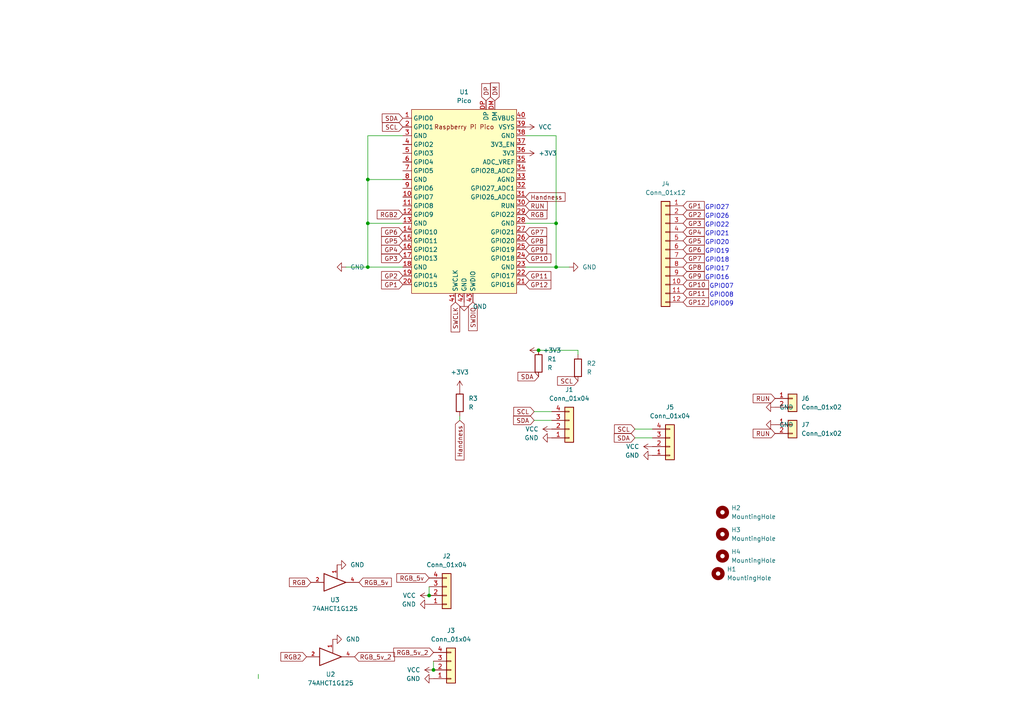
<source format=kicad_sch>
(kicad_sch (version 20211123) (generator eeschema)
  (paper "A4")
  (lib_symbols
    (symbol "74xGxx:74AHCT1G126" (pin_names (offset 1.016))
      (property "Reference" "U" (at -2.54 3.81 0))
      (property "Value" "74AHCT1G126" (at 0 -3.81 0))
      (symbol "74AHCT1G126_0_1"
        (polyline (pts (xy -3.81 2.54) (xy -3.81 -2.54) (xy 2.54 0) (xy -3.81 2.54)) (stroke (width 0.254)))
      )
      (symbol "74AHCT1G126_1_1"
        (pin input line (at 0 5.08 270) (length 3.937) (name "~") (number "1"))
        (pin input line (at -7.62 0 0) (length 3.81) (name "~") (number "2"))
        (pin power_in line (at 1.27 -1.27 270) (length 0) hide (name "GND") (number "3"))
        (pin tri_state line (at 6.35 0 180) (length 3.81) (name "~") (number "4"))
        (pin power_in line (at 1.27 1.27 90) (length 0) hide (name "VCC") (number "5"))
      )
    )
    (symbol "Connector_Generic:Conn_01x02" (pin_names (offset 1.016) hide)
      (property "Reference" "J" (at 0 2.54 0))
      (property "Value" "Conn_01x02" (at 0 -5.08 0))
      (symbol "Conn_01x02_1_1"
        (rectangle (start -1.27 -2.413) (end 0 -2.667) (stroke (width 0.1524)))
        (rectangle (start -1.27 0.127) (end 0 -0.127) (stroke (width 0.1524)))
        (rectangle (start -1.27 1.27) (end 1.27 -3.81) (stroke (width 0.254)) (fill (type background)))
        (pin passive line (at -5.08 0 0) (length 3.81) (name "Pin_1") (number "1"))
        (pin passive line (at -5.08 -2.54 0) (length 3.81) (name "Pin_2") (number "2"))
      )
    )
    (symbol "Connector_Generic:Conn_01x04" (pin_names (offset 1.016) hide)
      (property "Reference" "J" (at 0 5.08 0))
      (property "Value" "Conn_01x04" (at 0 -7.62 0))
      (symbol "Conn_01x04_1_1"
        (rectangle (start -1.27 -4.953) (end 0 -5.207) (stroke (width 0.1524)))
        (rectangle (start -1.27 -2.413) (end 0 -2.667) (stroke (width 0.1524)))
        (rectangle (start -1.27 0.127) (end 0 -0.127) (stroke (width 0.1524)))
        (rectangle (start -1.27 2.667) (end 0 2.413) (stroke (width 0.1524)))
        (rectangle (start -1.27 3.81) (end 1.27 -6.35) (stroke (width 0.254)) (fill (type background)))
        (pin passive line (at -5.08 2.54 0) (length 3.81) (name "Pin_1") (number "1"))
        (pin passive line (at -5.08 0 0) (length 3.81) (name "Pin_2") (number "2"))
        (pin passive line (at -5.08 -2.54 0) (length 3.81) (name "Pin_3") (number "3"))
        (pin passive line (at -5.08 -5.08 0) (length 3.81) (name "Pin_4") (number "4"))
      )
    )
    (symbol "Connector_Generic:Conn_01x12" (pin_names (offset 1.016) hide)
      (property "Reference" "J" (at 0 15.24 0))
      (property "Value" "Conn_01x12" (at 0 -17.78 0))
      (symbol "Conn_01x12_1_1"
        (rectangle (start -1.27 -15.113) (end 0 -15.367) (stroke (width 0.1524)))
        (rectangle (start -1.27 -12.573) (end 0 -12.827) (stroke (width 0.1524)))
        (rectangle (start -1.27 -10.033) (end 0 -10.287) (stroke (width 0.1524)))
        (rectangle (start -1.27 -7.493) (end 0 -7.747) (stroke (width 0.1524)))
        (rectangle (start -1.27 -4.953) (end 0 -5.207) (stroke (width 0.1524)))
        (rectangle (start -1.27 -2.413) (end 0 -2.667) (stroke (width 0.1524)))
        (rectangle (start -1.27 0.127) (end 0 -0.127) (stroke (width 0.1524)))
        (rectangle (start -1.27 2.667) (end 0 2.413) (stroke (width 0.1524)))
        (rectangle (start -1.27 5.207) (end 0 4.953) (stroke (width 0.1524)))
        (rectangle (start -1.27 7.747) (end 0 7.493) (stroke (width 0.1524)))
        (rectangle (start -1.27 10.287) (end 0 10.033) (stroke (width 0.1524)))
        (rectangle (start -1.27 12.827) (end 0 12.573) (stroke (width 0.1524)))
        (rectangle (start -1.27 13.97) (end 1.27 -16.51) (stroke (width 0.254)) (fill (type background)))
        (pin passive line (at -5.08 12.7 0) (length 3.81) (name "Pin_1") (number "1"))
        (pin passive line (at -5.08 -10.16 0) (length 3.81) (name "Pin_10") (number "10"))
        (pin passive line (at -5.08 -12.7 0) (length 3.81) (name "Pin_11") (number "11"))
        (pin passive line (at -5.08 -15.24 0) (length 3.81) (name "Pin_12") (number "12"))
        (pin passive line (at -5.08 10.16 0) (length 3.81) (name "Pin_2") (number "2"))
        (pin passive line (at -5.08 7.62 0) (length 3.81) (name "Pin_3") (number "3"))
        (pin passive line (at -5.08 5.08 0) (length 3.81) (name "Pin_4") (number "4"))
        (pin passive line (at -5.08 2.54 0) (length 3.81) (name "Pin_5") (number "5"))
        (pin passive line (at -5.08 0 0) (length 3.81) (name "Pin_6") (number "6"))
        (pin passive line (at -5.08 -2.54 0) (length 3.81) (name "Pin_7") (number "7"))
        (pin passive line (at -5.08 -5.08 0) (length 3.81) (name "Pin_8") (number "8"))
        (pin passive line (at -5.08 -7.62 0) (length 3.81) (name "Pin_9") (number "9"))
      )
    )
    (symbol "Device:R" (pin_numbers hide) (pin_names (offset 0))
      (property "Reference" "R" (at 2.032 0 90))
      (property "Value" "R" (at 0 0 90))
      (symbol "R_0_1"
        (rectangle (start -1.016 -2.54) (end 1.016 2.54) (stroke (width 0.254)))
      )
      (symbol "R_1_1"
        (pin passive line (at 0 3.81 270) (length 1.27) (name "~") (number "1"))
        (pin passive line (at 0 -3.81 90) (length 1.27) (name "~") (number "2"))
      )
    )
    (symbol "Mechanical:MountingHole" (pin_names (offset 1.016))
      (property "Reference" "H" (at 0 5.08 0))
      (property "Value" "MountingHole" (at 0 3.175 0))
      (symbol "MountingHole_0_1"
        (circle (center 0 0) (radius 1.27) (stroke (width 1.27)))
      )
    )
    (symbol "pico:Pico"
      (property "Reference" "U1" (at 0 31.75 0))
      (property "Value" "Pico" (at 0 29.21 0))
      (symbol "Pico_0_0"
        (text "Raspberry Pi Pico" (at 0 21.59 0) (effects (font (size 1.27 1.27))))
      )
      (symbol "Pico_0_1"
        (rectangle (start -15.24 26.67) (end 15.24 -26.67) (fill (type background)))
      )
      (symbol "Pico_1_1"
        (pin bidirectional line (at -17.78 24.13 0) (length 2.54) (name "GPIO0") (number "1"))
        (pin bidirectional line (at -17.78 1.27 0) (length 2.54) (name "GPIO7") (number "10"))
        (pin bidirectional line (at -17.78 -1.27 0) (length 2.54) (name "GPIO8") (number "11"))
        (pin bidirectional line (at -17.78 -3.81 0) (length 2.54) (name "GPIO9") (number "12"))
        (pin power_in line (at -17.78 -6.35 0) (length 2.54) (name "GND") (number "13"))
        (pin bidirectional line (at -17.78 -8.89 0) (length 2.54) (name "GPIO10") (number "14"))
        (pin bidirectional line (at -17.78 -11.43 0) (length 2.54) (name "GPIO11") (number "15"))
        (pin bidirectional line (at -17.78 -13.97 0) (length 2.54) (name "GPIO12") (number "16"))
        (pin bidirectional line (at -17.78 -16.51 0) (length 2.54) (name "GPIO13") (number "17"))
        (pin power_in line (at -17.78 -19.05 0) (length 2.54) (name "GND") (number "18"))
        (pin bidirectional line (at -17.78 -21.59 0) (length 2.54) (name "GPIO14") (number "19"))
        (pin bidirectional line (at -17.78 21.59 0) (length 2.54) (name "GPIO1") (number "2"))
        (pin bidirectional line (at -17.78 -24.13 0) (length 2.54) (name "GPIO15") (number "20"))
        (pin bidirectional line (at 17.78 -24.13 180) (length 2.54) (name "GPIO16") (number "21"))
        (pin bidirectional line (at 17.78 -21.59 180) (length 2.54) (name "GPIO17") (number "22"))
        (pin power_in line (at 17.78 -19.05 180) (length 2.54) (name "GND") (number "23"))
        (pin bidirectional line (at 17.78 -16.51 180) (length 2.54) (name "GPIO18") (number "24"))
        (pin bidirectional line (at 17.78 -13.97 180) (length 2.54) (name "GPIO19") (number "25"))
        (pin bidirectional line (at 17.78 -11.43 180) (length 2.54) (name "GPIO20") (number "26"))
        (pin bidirectional line (at 17.78 -8.89 180) (length 2.54) (name "GPIO21") (number "27"))
        (pin power_in line (at 17.78 -6.35 180) (length 2.54) (name "GND") (number "28"))
        (pin bidirectional line (at 17.78 -3.81 180) (length 2.54) (name "GPIO22") (number "29"))
        (pin power_in line (at -17.78 19.05 0) (length 2.54) (name "GND") (number "3"))
        (pin input line (at 17.78 -1.27 180) (length 2.54) (name "RUN") (number "30"))
        (pin bidirectional line (at 17.78 1.27 180) (length 2.54) (name "GPIO26_ADC0") (number "31"))
        (pin bidirectional line (at 17.78 3.81 180) (length 2.54) (name "GPIO27_ADC1") (number "32"))
        (pin power_in line (at 17.78 6.35 180) (length 2.54) (name "AGND") (number "33"))
        (pin bidirectional line (at 17.78 8.89 180) (length 2.54) (name "GPIO28_ADC2") (number "34"))
        (pin power_in line (at 17.78 11.43 180) (length 2.54) (name "ADC_VREF") (number "35"))
        (pin power_in line (at 17.78 13.97 180) (length 2.54) (name "3V3") (number "36"))
        (pin input line (at 17.78 16.51 180) (length 2.54) (name "3V3_EN") (number "37"))
        (pin bidirectional line (at 17.78 19.05 180) (length 2.54) (name "GND") (number "38"))
        (pin power_in line (at 17.78 21.59 180) (length 2.54) (name "VSYS") (number "39"))
        (pin bidirectional line (at -17.78 16.51 0) (length 2.54) (name "GPIO2") (number "4"))
        (pin power_in line (at 17.78 24.13 180) (length 2.54) (name "VBUS") (number "40"))
        (pin input line (at -2.54 -29.21 90) (length 2.54) (name "SWCLK") (number "41"))
        (pin power_in line (at 0 -29.21 90) (length 2.54) (name "GND") (number "42"))
        (pin bidirectional line (at 2.54 -29.21 90) (length 2.54) (name "SWDIO") (number "43"))
        (pin bidirectional line (at -17.78 13.97 0) (length 2.54) (name "GPIO3") (number "5"))
        (pin bidirectional line (at -17.78 11.43 0) (length 2.54) (name "GPIO4") (number "6"))
        (pin bidirectional line (at -17.78 8.89 0) (length 2.54) (name "GPIO5") (number "7"))
        (pin power_in line (at -17.78 6.35 0) (length 2.54) (name "GND") (number "8"))
        (pin bidirectional line (at -17.78 3.81 0) (length 2.54) (name "GPIO6") (number "9"))
        (pin bidirectional line (at 8.89 29.21 270) (length 2.54) (name "DM") (number "DM"))
        (pin bidirectional line (at 6.35 29.21 270) (length 2.54) (name "DP") (number "DP"))
      )
    )
    (symbol "power:+3.3V" (power) (pin_names (offset 0))
      (property "Value" "+3.3V" (at 0 3.556 0))
      (symbol "+3.3V_0_1"
        (polyline (pts (xy -0.762 1.27) (xy 0 2.54)))
        (polyline (pts (xy 0 0) (xy 0 2.54)))
        (polyline (pts (xy 0 2.54) (xy 0.762 1.27)))
      )
      (symbol "+3.3V_1_1"
        (pin power_in line (at 0 0 90) (length 0) hide (name "+3V3") (number "1"))
      )
    )
    (symbol "power:GND" (power) (pin_names (offset 0))
      (property "Value" "GND" (at 0 -3.81 0))
      (symbol "GND_0_1"
        (polyline (pts (xy 0 0) (xy 0 -1.27) (xy 1.27 -1.27) (xy 0 -2.54) (xy -1.27 -1.27) (xy 0 -1.27)))
      )
      (symbol "GND_1_1"
        (pin power_in line (at 0 0 270) (length 0) hide (name "GND") (number "1"))
      )
    )
    (symbol "power:VCC" (power) (pin_names (offset 0))
      (property "Value" "VCC" (at 0 3.81 0))
      (symbol "VCC_0_1"
        (polyline (pts (xy -0.762 1.27) (xy 0 2.54)))
        (polyline (pts (xy 0 0) (xy 0 2.54)))
        (polyline (pts (xy 0 2.54) (xy 0.762 1.27)))
      )
      (symbol "VCC_1_1"
        (pin power_in line (at 0 0 90) (length 0) hide (name "VCC") (number "1"))
      )
    )
  )
  (junction (at 156.21 101.6))
  (junction (at 106.68 52.07))
  (junction (at 106.68 64.77))
  (junction (at 161.29 77.47))
  (junction (at 106.68 77.47))
  (junction (at 125.73 194.31))
  (junction (at 124.46 172.72))
  (junction (at 161.29 64.77))
  (wire (pts (xy 74.93 196.85) (xy 74.93 195.58)))
  (wire (pts (xy 184.15 124.46) (xy 189.23 124.46)))
  (wire (pts (xy 106.68 39.37) (xy 116.84 39.37)))
  (wire (pts (xy 100.33 77.47) (xy 106.68 77.47)))
  (wire (pts (xy 106.68 64.77) (xy 116.84 64.77)))
  (wire (pts (xy 106.68 77.47) (xy 116.84 77.47)))
  (wire (pts (xy 161.29 64.77) (xy 161.29 77.47)))
  (wire (pts (xy 125.73 191.77) (xy 125.73 194.31)))
  (wire (pts (xy 152.4 64.77) (xy 161.29 64.77)))
  (wire (pts (xy 106.68 52.07) (xy 106.68 39.37)))
  (wire (pts (xy 133.35 121.92) (xy 133.35 120.65)))
  (wire (pts (xy 156.21 101.6) (xy 167.64 101.6)))
  (wire (pts (xy 154.94 119.38) (xy 160.02 119.38)))
  (wire (pts (xy 167.64 101.6) (xy 167.64 102.87)))
  (wire (pts (xy 184.15 127) (xy 189.23 127)))
  (wire (pts (xy 161.29 39.37) (xy 161.29 64.77)))
  (wire (pts (xy 154.94 121.92) (xy 160.02 121.92)))
  (wire (pts (xy 124.46 170.18) (xy 124.46 172.72)))
  (wire (pts (xy 165.1 77.47) (xy 161.29 77.47)))
  (wire (pts (xy 106.68 52.07) (xy 116.84 52.07)))
  (wire (pts (xy 161.29 77.47) (xy 152.4 77.47)))
  (wire (pts (xy 106.68 64.77) (xy 106.68 52.07)))
  (wire (pts (xy 106.68 77.47) (xy 106.68 64.77)))
  (wire (pts (xy 152.4 39.37) (xy 161.29 39.37)))
  (text "GPIO27" (at 204.47 60.96 0) (effects (font (size 1.27 1.27)) (justify left bottom)))
  (text "GPIO08" (at 205.74 86.36 0) (effects (font (size 1.27 1.27)) (justify left bottom)))
  (text "GPIO22" (at 204.47 66.04 0) (effects (font (size 1.27 1.27)) (justify left bottom)))
  (text "GPIO18" (at 204.47 76.2 0) (effects (font (size 1.27 1.27)) (justify left bottom)))
  (text "GPIO21" (at 204.47 68.58 0) (effects (font (size 1.27 1.27)) (justify left bottom)))
  (text "GPIO20" (at 204.47 71.12 0) (effects (font (size 1.27 1.27)) (justify left bottom)))
  (text "GPIO17" (at 204.47 78.74 0) (effects (font (size 1.27 1.27)) (justify left bottom)))
  (text "GPIO16" (at 204.47 81.28 0) (effects (font (size 1.27 1.27)) (justify left bottom)))
  (text "GPIO26\n" (at 204.47 63.5 0) (effects (font (size 1.27 1.27)) (justify left bottom)))
  (text "GPIO19" (at 204.47 73.66 0) (effects (font (size 1.27 1.27)) (justify left bottom)))
  (text "GPIO07" (at 205.74 83.82 0) (effects (font (size 1.27 1.27)) (justify left bottom)))
  (text "GPIO09" (at 205.74 88.9 0) (effects (font (size 1.27 1.27)) (justify left bottom)))
  (global_label "RGB_5v_2" (shape input) (at 102.87 190.5 0) (property "Intersheet References" "${INTERSHEET_REFS}" (effects hide)))
  (global_label "SDA" (shape input) (at 116.84 34.29 180) (property "Intersheet References" "${INTERSHEET_REFS}" (effects hide)))
  (global_label "GP4" (shape input) (at 198.12 67.31 0) (property "Intersheet References" "${INTERSHEET_REFS}" (effects hide)))
  (global_label "SWCLK" (shape input) (at 132.08 87.63 270) (property "Intersheet References" "${INTERSHEET_REFS}" (effects hide)))
  (global_label "RUN" (shape input) (at 224.79 125.73 180) (property "Intersheet References" "${INTERSHEET_REFS}" (effects hide)))
  (global_label "RGB_5v" (shape input) (at 124.46 167.64 180) (property "Intersheet References" "${INTERSHEET_REFS}" (effects hide)))
  (global_label "GP6" (shape input) (at 198.12 72.39 0) (property "Intersheet References" "${INTERSHEET_REFS}" (effects hide)))
  (global_label "GP1" (shape input) (at 116.84 82.55 180) (property "Intersheet References" "${INTERSHEET_REFS}" (effects hide)))
  (global_label "Handness" (shape input) (at 152.4 57.15 0) (property "Intersheet References" "${INTERSHEET_REFS}" (effects hide)))
  (global_label "GP11" (shape input) (at 198.12 85.09 0) (property "Intersheet References" "${INTERSHEET_REFS}" (effects hide)))
  (global_label "SDA" (shape input) (at 184.15 127 180) (property "Intersheet References" "${INTERSHEET_REFS}" (effects hide)))
  (global_label "GP6" (shape input) (at 116.84 67.31 180) (property "Intersheet References" "${INTERSHEET_REFS}" (effects hide)))
  (global_label "RGB_5v_2" (shape input) (at 125.73 189.23 180) (property "Intersheet References" "${INTERSHEET_REFS}" (effects hide)))
  (global_label "SWDIO" (shape input) (at 137.16 87.63 270) (property "Intersheet References" "${INTERSHEET_REFS}" (effects hide)))
  (global_label "GP3" (shape input) (at 198.12 64.77 0) (property "Intersheet References" "${INTERSHEET_REFS}" (effects hide)))
  (global_label "GP1" (shape input) (at 198.12 59.69 0) (property "Intersheet References" "${INTERSHEET_REFS}" (effects hide)))
  (global_label "RGB_5v" (shape input) (at 104.14 168.91 0) (property "Intersheet References" "${INTERSHEET_REFS}" (effects hide)))
  (global_label "GP12" (shape input) (at 198.12 87.63 0) (property "Intersheet References" "${INTERSHEET_REFS}" (effects hide)))
  (global_label "GP4" (shape input) (at 116.84 72.39 180) (property "Intersheet References" "${INTERSHEET_REFS}" (effects hide)))
  (global_label "Handness" (shape input) (at 133.35 121.92 270) (property "Intersheet References" "${INTERSHEET_REFS}" (effects hide)))
  (global_label "RGB2" (shape input) (at 116.84 62.23 180) (property "Intersheet References" "${INTERSHEET_REFS}" (effects hide)))
  (global_label "RUN" (shape input) (at 152.4 59.69 0) (property "Intersheet References" "${INTERSHEET_REFS}" (effects hide)))
  (global_label "GP7" (shape input) (at 198.12 74.93 0) (property "Intersheet References" "${INTERSHEET_REFS}" (effects hide)))
  (global_label "GP9" (shape input) (at 198.12 80.01 0) (property "Intersheet References" "${INTERSHEET_REFS}" (effects hide)))
  (global_label "GP8" (shape input) (at 152.4 69.85 0) (property "Intersheet References" "${INTERSHEET_REFS}" (effects hide)))
  (global_label "GP12" (shape input) (at 152.4 82.55 0) (property "Intersheet References" "${INTERSHEET_REFS}" (effects hide)))
  (global_label "GP10" (shape input) (at 152.4 74.93 0) (property "Intersheet References" "${INTERSHEET_REFS}" (effects hide)))
  (global_label "RGB2" (shape input) (at 88.9 190.5 180) (property "Intersheet References" "${INTERSHEET_REFS}" (effects hide)))
  (global_label "GP8" (shape input) (at 198.12 77.47 0) (property "Intersheet References" "${INTERSHEET_REFS}" (effects hide)))
  (global_label "RUN" (shape input) (at 224.79 115.57 180) (property "Intersheet References" "${INTERSHEET_REFS}" (effects hide)))
  (global_label "GP10" (shape input) (at 198.12 82.55 0) (property "Intersheet References" "${INTERSHEET_REFS}" (effects hide)))
  (global_label "GP5" (shape input) (at 116.84 69.85 180) (property "Intersheet References" "${INTERSHEET_REFS}" (effects hide)))
  (global_label "SCL" (shape input) (at 116.84 36.83 180) (property "Intersheet References" "${INTERSHEET_REFS}" (effects hide)))
  (global_label "GP7" (shape input) (at 152.4 67.31 0) (property "Intersheet References" "${INTERSHEET_REFS}" (effects hide)))
  (global_label "GP2" (shape input) (at 198.12 62.23 0) (property "Intersheet References" "${INTERSHEET_REFS}" (effects hide)))
  (global_label "GP9" (shape input) (at 152.4 72.39 0) (property "Intersheet References" "${INTERSHEET_REFS}" (effects hide)))
  (global_label "SDA" (shape input) (at 154.94 121.92 180) (property "Intersheet References" "${INTERSHEET_REFS}" (effects hide)))
  (global_label "RGB" (shape input) (at 152.4 62.23 0) (property "Intersheet References" "${INTERSHEET_REFS}" (effects hide)))
  (global_label "SCL" (shape input) (at 154.94 119.38 180) (property "Intersheet References" "${INTERSHEET_REFS}" (effects hide)))
  (global_label "GP5" (shape input) (at 198.12 69.85 0) (property "Intersheet References" "${INTERSHEET_REFS}" (effects hide)))
  (global_label "GP2" (shape input) (at 116.84 80.01 180) (property "Intersheet References" "${INTERSHEET_REFS}" (effects hide)))
  (global_label "SCL" (shape input) (at 167.64 110.49 180) (property "Intersheet References" "${INTERSHEET_REFS}" (effects hide)))
  (global_label "SCL" (shape input) (at 184.15 124.46 180) (property "Intersheet References" "${INTERSHEET_REFS}" (effects hide)))
  (global_label "DP" (shape input) (at 140.97 29.21 90) (property "Intersheet References" "${INTERSHEET_REFS}" (effects hide)))
  (global_label "SDA" (shape input) (at 156.21 109.22 180) (property "Intersheet References" "${INTERSHEET_REFS}" (effects hide)))
  (global_label "DM" (shape input) (at 143.51 29.21 90) (property "Intersheet References" "${INTERSHEET_REFS}" (effects hide)))
  (global_label "GP3" (shape input) (at 116.84 74.93 180) (property "Intersheet References" "${INTERSHEET_REFS}" (effects hide)))
  (global_label "RGB" (shape input) (at 90.17 168.91 180) (property "Intersheet References" "${INTERSHEET_REFS}" (effects hide)))
  (global_label "GP11" (shape input) (at 152.4 80.01 0) (property "Intersheet References" "${INTERSHEET_REFS}" (effects hide)))
  (symbol (lib_id "power:GND") (at 97.79 163.83 90) (unit 1)
    (property "Reference" "#PWR0112" (effects hide))
    (property "Value" "GND" (at 101.6 163.8299 90) (effects (justify right)))
  )
  (symbol (lib_id "Connector_Generic:Conn_01x02") (at 229.87 115.57 0) (unit 1)
    (property "Reference" "J6" (at 232.41 115.5699 0) (effects (justify left)))
    (property "Value" "Conn_01x02" (at 232.41 118.1099 0) (effects (justify left)))
    (property "Footprint" "Connector_JST:JST_SH_SM02B-SRSS-TB_1x02-1MP_P1.00mm_Horizontal" (effects hide))
  )
  (symbol (lib_id "Connector_Generic:Conn_01x12") (at 193.04 72.39 0) (mirror y) (unit 1)
    (property "Reference" "J4" (at 193.04 53.34 0))
    (property "Value" "Conn_01x12" (at 193.04 55.88 0))
    (property "Footprint" "ergodash_controller:HDGC_1.0K-J-12PW" (effects hide))
  )
  (symbol (lib_id "Connector_Generic:Conn_01x04") (at 194.31 129.54 0) (mirror x) (unit 1)
    (property "Reference" "J5" (at 194.31 118.11 0))
    (property "Value" "Conn_01x04" (at 194.31 120.65 0))
    (property "Footprint" "Connector_JST:JST_SH_SM04B-SRSS-TB_1x04-1MP_P1.00mm_Horizontal" (effects hide))
  )
  (symbol (lib_id "power:GND") (at 189.23 132.08 270) (unit 1)
    (property "Reference" "#PWR0109" (effects hide))
    (property "Value" "GND" (at 185.42 132.0799 90) (effects (justify right)))
  )
  (symbol (lib_id "power:GND") (at 124.46 175.26 270) (unit 1)
    (property "Reference" "#PWR0113" (effects hide))
    (property "Value" "GND" (at 120.65 175.2599 90) (effects (justify right)))
  )
  (symbol (lib_id "power:GND") (at 134.62 87.63 0) (unit 1)
    (property "Reference" "#PWR0121" (effects hide))
    (property "Value" "GND" (at 137.16 88.8999 0) (effects (justify left)))
  )
  (symbol (lib_id "pico:Pico") (at 134.62 58.42 0) (unit 1)
    (property "Reference" "U1" (at 134.62 26.67 0))
    (property "Value" "Pico" (at 134.62 29.21 0))
    (property "Footprint" "ergodash_controller:RPi_Pico_C" (effects hide))
  )
  (symbol (lib_id "power:GND") (at 125.73 196.85 270) (unit 1)
    (property "Reference" "#PWR0106" (effects hide))
    (property "Value" "GND" (at 121.92 196.8499 90) (effects (justify right)))
  )
  (symbol (lib_id "power:GND") (at 224.79 123.19 270) (unit 1)
    (property "Reference" "#PWR0116" (effects hide))
    (property "Value" "GND" (at 226.06 123.1899 90) (effects (justify left)))
  )
  (symbol (lib_id "power:GND") (at 96.52 185.42 90) (unit 1)
    (property "Reference" "#PWR0111" (effects hide))
    (property "Value" "GND" (at 100.33 185.4199 90) (effects (justify right)))
  )
  (symbol (lib_id "Connector_Generic:Conn_01x04") (at 130.81 194.31 0) (mirror x) (unit 1)
    (property "Reference" "J3" (at 130.81 182.88 0))
    (property "Value" "Conn_01x04" (at 130.81 185.42 0))
    (property "Footprint" "Connector_JST:JST_SH_SM04B-SRSS-TB_1x04-1MP_P1.00mm_Horizontal" (effects hide))
  )
  (symbol (lib_id "Mechanical:MountingHole") (at 209.55 154.94 0) (unit 1)
    (property "Reference" "H3" (at 212.09 153.6699 0) (effects (justify left)))
    (property "Value" "MountingHole" (at 212.09 156.2099 0) (effects (justify left)))
    (property "Footprint" "MountingHole:MountingHole_2.1mm" (effects hide))
  )
  (symbol (lib_id "Mechanical:MountingHole") (at 208.28 166.37 0) (unit 1)
    (property "Reference" "H1" (at 210.82 165.0999 0) (effects (justify left)))
    (property "Value" "MountingHole" (at 210.82 167.6399 0) (effects (justify left)))
    (property "Footprint" "MountingHole:MountingHole_2.1mm" (effects hide))
  )
  (symbol (lib_id "74xGxx:74AHCT1G126") (at 97.79 168.91 0) (unit 1)
    (property "Reference" "U3" (at 97.155 173.99 0))
    (property "Value" "74AHCT1G125" (at 97.155 176.53 0))
    (property "Footprint" "Package_TO_SOT_SMD:SOT-23-5_HandSoldering" (effects hide))
    (property "Datasheet" "http://www.ti.com/lit/sg/scyt129e/scyt129e.pdf" (effects hide))
  )
  (symbol (lib_id "Connector_Generic:Conn_01x04") (at 165.1 124.46 0) (mirror x) (unit 1)
    (property "Reference" "J1" (at 165.1 113.03 0))
    (property "Value" "Conn_01x04" (at 165.1 115.57 0))
    (property "Footprint" "Connector_JST:JST_SH_SM04B-SRSS-TB_1x04-1MP_P1.00mm_Horizontal" (effects hide))
  )
  (symbol (lib_id "Device:R") (at 156.21 105.41 0) (unit 1)
    (property "Reference" "R1" (at 158.75 104.1399 0) (effects (justify left)))
    (property "Value" "R" (at 158.75 106.6799 0) (effects (justify left)))
    (property "Footprint" "Resistor_SMD:R_1206_3216Metric_Pad1.30x1.75mm_HandSolder" (effects hide))
  )
  (symbol (lib_id "power:VCC") (at 160.02 124.46 90) (unit 1)
    (property "Reference" "#PWR0102" (effects hide))
    (property "Value" "VCC" (at 156.21 124.4599 90) (effects (justify left)))
  )
  (symbol (lib_id "Device:R") (at 167.64 106.68 0) (unit 1)
    (property "Reference" "R2" (at 170.18 105.4099 0) (effects (justify left)))
    (property "Value" "R" (at 170.18 107.9499 0) (effects (justify left)))
    (property "Footprint" "Resistor_SMD:R_1206_3216Metric_Pad1.30x1.75mm_HandSolder" (effects hide))
  )
  (symbol (lib_id "Mechanical:MountingHole") (at 209.55 161.29 0) (unit 1)
    (property "Reference" "H4" (at 212.09 160.0199 0) (effects (justify left)))
    (property "Value" "MountingHole" (at 212.09 162.5599 0) (effects (justify left)))
    (property "Footprint" "MountingHole:MountingHole_2.1mm" (effects hide))
  )
  (symbol (lib_id "power:VCC") (at 125.73 194.31 90) (unit 1)
    (property "Reference" "#PWR0108" (effects hide))
    (property "Value" "VCC" (at 121.92 194.3099 90) (effects (justify left)))
  )
  (symbol (lib_id "Mechanical:MountingHole") (at 209.55 148.59 0) (unit 1)
    (property "Reference" "H2" (at 212.09 147.3199 0) (effects (justify left)))
    (property "Value" "MountingHole" (at 212.09 149.8599 0) (effects (justify left)))
    (property "Footprint" "MountingHole:MountingHole_2.1mm" (effects hide))
  )
  (symbol (lib_id "power:VCC") (at 124.46 172.72 90) (unit 1)
    (property "Reference" "#PWR0114" (effects hide))
    (property "Value" "VCC" (at 120.65 172.7199 90) (effects (justify left)))
  )
  (symbol (lib_id "power:VCC") (at 189.23 129.54 90) (unit 1)
    (property "Reference" "#PWR0105" (effects hide))
    (property "Value" "VCC" (at 185.42 129.5399 90) (effects (justify left)))
  )
  (symbol (lib_id "power:GND") (at 100.33 77.47 270) (unit 1)
    (property "Reference" "#PWR0107" (effects hide))
    (property "Value" "GND" (at 101.6 77.4699 90) (effects (justify left)))
  )
  (symbol (lib_id "power:+3.3V") (at 156.21 101.6 90) (unit 1)
    (property "Reference" "#PWR0103" (effects hide))
    (property "Value" "+3.3V" (at 157.48 101.6 90) (effects (justify right)))
  )
  (symbol (lib_id "power:GND") (at 160.02 127 270) (unit 1)
    (property "Reference" "#PWR0101" (effects hide))
    (property "Value" "GND" (at 156.21 126.9999 90) (effects (justify right)))
  )
  (symbol (lib_id "power:+3.3V") (at 133.35 113.03 0) (mirror y) (unit 1)
    (property "Reference" "#PWR0125" (effects hide))
    (property "Value" "+3.3V" (at 133.35 107.95 0))
  )
  (symbol (lib_id "Connector_Generic:Conn_01x02") (at 229.87 123.19 0) (unit 1)
    (property "Reference" "J7" (at 232.41 123.1899 0) (effects (justify left)))
    (property "Value" "Conn_01x02" (at 232.41 125.7299 0) (effects (justify left)))
    (property "Footprint" "Connector_JST:JST_SH_SM02B-SRSS-TB_1x02-1MP_P1.00mm_Horizontal" (effects hide))
  )
  (symbol (lib_id "power:+3.3V") (at 152.4 44.45 270) (unit 1)
    (property "Reference" "#PWR0124" (effects hide))
    (property "Value" "+3.3V" (at 156.21 44.4499 90) (effects (justify left)))
  )
  (symbol (lib_id "power:GND") (at 224.79 118.11 270) (unit 1)
    (property "Reference" "#PWR0115" (effects hide))
    (property "Value" "GND" (at 226.06 118.1099 90) (effects (justify left)))
  )
  (symbol (lib_id "74xGxx:74AHCT1G126") (at 96.52 190.5 0) (unit 1)
    (property "Reference" "U2" (at 95.885 195.58 0))
    (property "Value" "74AHCT1G125" (at 95.885 198.12 0))
    (property "Footprint" "Package_TO_SOT_SMD:SOT-23-5_HandSoldering" (effects hide))
    (property "Datasheet" "http://www.ti.com/lit/sg/scyt129e/scyt129e.pdf" (effects hide))
  )
  (symbol (lib_id "Device:R") (at 133.35 116.84 180) (unit 1)
    (property "Reference" "R3" (at 135.89 115.5699 0) (effects (justify right)))
    (property "Value" "R" (at 135.89 118.1099 0) (effects (justify right)))
    (property "Footprint" "Resistor_SMD:R_1206_3216Metric_Pad1.30x1.75mm_HandSolder" (effects hide))
  )
  (symbol (lib_id "power:VCC") (at 152.4 36.83 270) (unit 1)
    (property "Reference" "#PWR0110" (effects hide))
    (property "Value" "VCC" (at 156.21 36.8299 90) (effects (justify left)))
  )
  (symbol (lib_id "Connector_Generic:Conn_01x04") (at 129.54 172.72 0) (mirror x) (unit 1)
    (property "Reference" "J2" (at 129.54 161.29 0))
    (property "Value" "Conn_01x04" (at 129.54 163.83 0))
    (property "Footprint" "Connector_JST:JST_SH_SM04B-SRSS-TB_1x04-1MP_P1.00mm_Horizontal" (effects hide))
  )
  (symbol (lib_id "power:GND") (at 165.1 77.47 90) (unit 1)
    (property "Reference" "#PWR0104" (effects hide))
    (property "Value" "GND" (at 168.91 77.4699 90) (effects (justify right)))
  )
)
</source>
